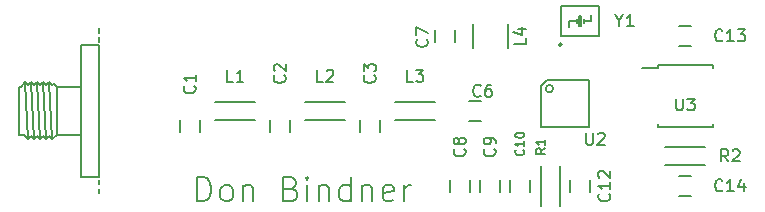
<source format=gto>
G04 #@! TF.FileFunction,Legend,Top*
%FSLAX46Y46*%
G04 Gerber Fmt 4.6, Leading zero omitted, Abs format (unit mm)*
G04 Created by KiCad (PCBNEW 0.201511192131+6326~38~ubuntu14.04.1-stable) date Sun 22 Nov 2015 09:07:30 PM CST*
%MOMM*%
G01*
G04 APERTURE LIST*
%ADD10C,0.127000*%
%ADD11C,0.203200*%
%ADD12C,0.150000*%
G04 APERTURE END LIST*
D10*
D11*
X95872906Y-114330238D02*
X95872906Y-112298238D01*
X96356715Y-112298238D01*
X96647001Y-112395000D01*
X96840525Y-112588524D01*
X96937286Y-112782048D01*
X97034048Y-113169095D01*
X97034048Y-113459381D01*
X96937286Y-113846429D01*
X96840525Y-114039952D01*
X96647001Y-114233476D01*
X96356715Y-114330238D01*
X95872906Y-114330238D01*
X98195191Y-114330238D02*
X98001667Y-114233476D01*
X97904906Y-114136714D01*
X97808144Y-113943190D01*
X97808144Y-113362619D01*
X97904906Y-113169095D01*
X98001667Y-113072333D01*
X98195191Y-112975571D01*
X98485477Y-112975571D01*
X98679001Y-113072333D01*
X98775763Y-113169095D01*
X98872525Y-113362619D01*
X98872525Y-113943190D01*
X98775763Y-114136714D01*
X98679001Y-114233476D01*
X98485477Y-114330238D01*
X98195191Y-114330238D01*
X99743382Y-112975571D02*
X99743382Y-114330238D01*
X99743382Y-113169095D02*
X99840143Y-113072333D01*
X100033667Y-112975571D01*
X100323953Y-112975571D01*
X100517477Y-113072333D01*
X100614239Y-113265857D01*
X100614239Y-114330238D01*
X103807381Y-113265857D02*
X104097667Y-113362619D01*
X104194428Y-113459381D01*
X104291190Y-113652905D01*
X104291190Y-113943190D01*
X104194428Y-114136714D01*
X104097667Y-114233476D01*
X103904143Y-114330238D01*
X103130048Y-114330238D01*
X103130048Y-112298238D01*
X103807381Y-112298238D01*
X104000905Y-112395000D01*
X104097667Y-112491762D01*
X104194428Y-112685286D01*
X104194428Y-112878810D01*
X104097667Y-113072333D01*
X104000905Y-113169095D01*
X103807381Y-113265857D01*
X103130048Y-113265857D01*
X105162048Y-114330238D02*
X105162048Y-112975571D01*
X105162048Y-112298238D02*
X105065286Y-112395000D01*
X105162048Y-112491762D01*
X105258809Y-112395000D01*
X105162048Y-112298238D01*
X105162048Y-112491762D01*
X106129667Y-112975571D02*
X106129667Y-114330238D01*
X106129667Y-113169095D02*
X106226428Y-113072333D01*
X106419952Y-112975571D01*
X106710238Y-112975571D01*
X106903762Y-113072333D01*
X107000524Y-113265857D01*
X107000524Y-114330238D01*
X108839000Y-114330238D02*
X108839000Y-112298238D01*
X108839000Y-114233476D02*
X108645476Y-114330238D01*
X108258428Y-114330238D01*
X108064904Y-114233476D01*
X107968143Y-114136714D01*
X107871381Y-113943190D01*
X107871381Y-113362619D01*
X107968143Y-113169095D01*
X108064904Y-113072333D01*
X108258428Y-112975571D01*
X108645476Y-112975571D01*
X108839000Y-113072333D01*
X109806619Y-112975571D02*
X109806619Y-114330238D01*
X109806619Y-113169095D02*
X109903380Y-113072333D01*
X110096904Y-112975571D01*
X110387190Y-112975571D01*
X110580714Y-113072333D01*
X110677476Y-113265857D01*
X110677476Y-114330238D01*
X112419190Y-114233476D02*
X112225666Y-114330238D01*
X111838618Y-114330238D01*
X111645095Y-114233476D01*
X111548333Y-114039952D01*
X111548333Y-113265857D01*
X111645095Y-113072333D01*
X111838618Y-112975571D01*
X112225666Y-112975571D01*
X112419190Y-113072333D01*
X112515952Y-113265857D01*
X112515952Y-113459381D01*
X111548333Y-113652905D01*
X113386809Y-114330238D02*
X113386809Y-112975571D01*
X113386809Y-113362619D02*
X113483570Y-113169095D01*
X113580332Y-113072333D01*
X113773856Y-112975571D01*
X113967380Y-112975571D01*
D12*
X94400000Y-107450000D02*
X94400000Y-108450000D01*
X96100000Y-108450000D02*
X96100000Y-107450000D01*
X102020000Y-107450000D02*
X102020000Y-108450000D01*
X103720000Y-108450000D02*
X103720000Y-107450000D01*
X109640000Y-107450000D02*
X109640000Y-108450000D01*
X111340000Y-108450000D02*
X111340000Y-107450000D01*
X118880000Y-107530000D02*
X119880000Y-107530000D01*
X119880000Y-105830000D02*
X118880000Y-105830000D01*
X117690000Y-100830000D02*
X117690000Y-99830000D01*
X115990000Y-99830000D02*
X115990000Y-100830000D01*
X118960000Y-113530000D02*
X118960000Y-112530000D01*
X117260000Y-112530000D02*
X117260000Y-113530000D01*
X121500000Y-113530000D02*
X121500000Y-112530000D01*
X119800000Y-112530000D02*
X119800000Y-113530000D01*
X124040000Y-113530000D02*
X124040000Y-112530000D01*
X122340000Y-112530000D02*
X122340000Y-113530000D01*
X129120000Y-113530000D02*
X129120000Y-112530000D01*
X127420000Y-112530000D02*
X127420000Y-113530000D01*
X136660000Y-101180000D02*
X137660000Y-101180000D01*
X137660000Y-99480000D02*
X136660000Y-99480000D01*
X137660000Y-112180000D02*
X136660000Y-112180000D01*
X136660000Y-113880000D02*
X137660000Y-113880000D01*
X100760000Y-105880000D02*
X97360000Y-105880000D01*
X100760000Y-107480000D02*
X97360000Y-107480000D01*
X108380000Y-105880000D02*
X104980000Y-105880000D01*
X108380000Y-107480000D02*
X104980000Y-107480000D01*
X116000000Y-105880000D02*
X112600000Y-105880000D01*
X116000000Y-107480000D02*
X112600000Y-107480000D01*
X122125000Y-99330000D02*
X122125000Y-101330000D01*
X119175000Y-101330000D02*
X119175000Y-99330000D01*
X87503000Y-100076000D02*
X87503000Y-99695000D01*
X87503000Y-100838000D02*
X87503000Y-100457000D01*
X87503000Y-113284000D02*
X87503000Y-113665000D01*
X87503000Y-112522000D02*
X87503000Y-112903000D01*
X81534000Y-109093000D02*
X81280000Y-104267000D01*
X82042000Y-109093000D02*
X81788000Y-104267000D01*
X82550000Y-109093000D02*
X82296000Y-104267000D01*
X83058000Y-109093000D02*
X82804000Y-104267000D01*
X83566000Y-109093000D02*
X83312000Y-104267000D01*
X80899000Y-104648000D02*
X80772000Y-104648000D01*
X83947000Y-104648000D02*
X83820000Y-104521000D01*
X83820000Y-104521000D02*
X83693000Y-104394000D01*
X83693000Y-104394000D02*
X83566000Y-104521000D01*
X83566000Y-104521000D02*
X83312000Y-104267000D01*
X83312000Y-104267000D02*
X83058000Y-104521000D01*
X83058000Y-104521000D02*
X82804000Y-104267000D01*
X82804000Y-104267000D02*
X82550000Y-104521000D01*
X82550000Y-104521000D02*
X82296000Y-104267000D01*
X82296000Y-104267000D02*
X82042000Y-104521000D01*
X82042000Y-104521000D02*
X81788000Y-104267000D01*
X81788000Y-104267000D02*
X81534000Y-104521000D01*
X81534000Y-104521000D02*
X81280000Y-104267000D01*
X81280000Y-104267000D02*
X80899000Y-104648000D01*
X81280000Y-108839000D02*
X81153000Y-108712000D01*
X81153000Y-108712000D02*
X80772000Y-108712000D01*
X80772000Y-108712000D02*
X80772000Y-104648000D01*
X83947000Y-108712000D02*
X83566000Y-109093000D01*
X83566000Y-109093000D02*
X83312000Y-108839000D01*
X83312000Y-108839000D02*
X83058000Y-109093000D01*
X83058000Y-109093000D02*
X82804000Y-108839000D01*
X82804000Y-108839000D02*
X82550000Y-109093000D01*
X82550000Y-109093000D02*
X82296000Y-108839000D01*
X82296000Y-108839000D02*
X82042000Y-109093000D01*
X82042000Y-109093000D02*
X81788000Y-108839000D01*
X81788000Y-108839000D02*
X81534000Y-109093000D01*
X81534000Y-109093000D02*
X81280000Y-108839000D01*
X85979000Y-108712000D02*
X83947000Y-108712000D01*
X83947000Y-108712000D02*
X83947000Y-104648000D01*
X83947000Y-104648000D02*
X85979000Y-104648000D01*
X87503000Y-112268000D02*
X85979000Y-112268000D01*
X85979000Y-112268000D02*
X85979000Y-101092000D01*
X85979000Y-101092000D02*
X87503000Y-101092000D01*
X87503000Y-101092000D02*
X87503000Y-112268000D01*
X124930000Y-111330000D02*
X124930000Y-114730000D01*
X126530000Y-111330000D02*
X126530000Y-114730000D01*
X135460000Y-111290000D02*
X138860000Y-111290000D01*
X135460000Y-109690000D02*
X138860000Y-109690000D01*
X134835000Y-102785000D02*
X134835000Y-103010000D01*
X139485000Y-102785000D02*
X139485000Y-103010000D01*
X139485000Y-108035000D02*
X139485000Y-107810000D01*
X134835000Y-108035000D02*
X134835000Y-107810000D01*
X134835000Y-102785000D02*
X139485000Y-102785000D01*
X134835000Y-108035000D02*
X139485000Y-108035000D01*
X134835000Y-103010000D02*
X133485000Y-103010000D01*
X126721021Y-101076000D02*
G75*
G03X126721021Y-101076000I-141421J0D01*
G01*
X128170000Y-98660000D02*
X128370000Y-98660000D01*
X128370000Y-98660000D02*
X128370000Y-99460000D01*
X128370000Y-99460000D02*
X128170000Y-99460000D01*
X128170000Y-99460000D02*
X128170000Y-98660000D01*
X128570000Y-98860000D02*
X128570000Y-99260000D01*
X127970000Y-98860000D02*
X127970000Y-99260000D01*
X129170000Y-98560000D02*
X129170000Y-99060000D01*
X129170000Y-99060000D02*
X128570000Y-99060000D01*
X127370000Y-99560000D02*
X127370000Y-99060000D01*
X127370000Y-99060000D02*
X127970000Y-99060000D01*
X126670000Y-97810000D02*
X129870000Y-97810000D01*
X129870000Y-97810000D02*
X129870000Y-100310000D01*
X129870000Y-100310000D02*
X126670000Y-100310000D01*
X126670000Y-100310000D02*
X126670000Y-97810000D01*
D10*
X125500000Y-104045000D02*
X125000000Y-104545000D01*
X125500000Y-104045000D02*
X129000000Y-104045000D01*
X129000000Y-104045000D02*
X129000000Y-108045000D01*
X129000000Y-108045000D02*
X125000000Y-108045000D01*
X125000000Y-108045000D02*
X125000000Y-104545000D01*
X125988939Y-104786180D02*
G75*
G03X125988939Y-104786180I-318879J0D01*
G01*
X95612857Y-104563333D02*
X95661238Y-104611714D01*
X95709619Y-104756857D01*
X95709619Y-104853619D01*
X95661238Y-104998761D01*
X95564476Y-105095523D01*
X95467714Y-105143904D01*
X95274190Y-105192285D01*
X95129048Y-105192285D01*
X94935524Y-105143904D01*
X94838762Y-105095523D01*
X94742000Y-104998761D01*
X94693619Y-104853619D01*
X94693619Y-104756857D01*
X94742000Y-104611714D01*
X94790381Y-104563333D01*
X95709619Y-103595714D02*
X95709619Y-104176285D01*
X95709619Y-103885999D02*
X94693619Y-103885999D01*
X94838762Y-103982761D01*
X94935524Y-104079523D01*
X94983905Y-104176285D01*
X103232857Y-103674333D02*
X103281238Y-103722714D01*
X103329619Y-103867857D01*
X103329619Y-103964619D01*
X103281238Y-104109761D01*
X103184476Y-104206523D01*
X103087714Y-104254904D01*
X102894190Y-104303285D01*
X102749048Y-104303285D01*
X102555524Y-104254904D01*
X102458762Y-104206523D01*
X102362000Y-104109761D01*
X102313619Y-103964619D01*
X102313619Y-103867857D01*
X102362000Y-103722714D01*
X102410381Y-103674333D01*
X102410381Y-103287285D02*
X102362000Y-103238904D01*
X102313619Y-103142142D01*
X102313619Y-102900238D01*
X102362000Y-102803476D01*
X102410381Y-102755095D01*
X102507143Y-102706714D01*
X102603905Y-102706714D01*
X102749048Y-102755095D01*
X103329619Y-103335666D01*
X103329619Y-102706714D01*
X110852857Y-103674333D02*
X110901238Y-103722714D01*
X110949619Y-103867857D01*
X110949619Y-103964619D01*
X110901238Y-104109761D01*
X110804476Y-104206523D01*
X110707714Y-104254904D01*
X110514190Y-104303285D01*
X110369048Y-104303285D01*
X110175524Y-104254904D01*
X110078762Y-104206523D01*
X109982000Y-104109761D01*
X109933619Y-103964619D01*
X109933619Y-103867857D01*
X109982000Y-103722714D01*
X110030381Y-103674333D01*
X109933619Y-103335666D02*
X109933619Y-102706714D01*
X110320667Y-103045380D01*
X110320667Y-102900238D01*
X110369048Y-102803476D01*
X110417429Y-102755095D01*
X110514190Y-102706714D01*
X110756095Y-102706714D01*
X110852857Y-102755095D01*
X110901238Y-102803476D01*
X110949619Y-102900238D01*
X110949619Y-103190523D01*
X110901238Y-103287285D01*
X110852857Y-103335666D01*
X119845667Y-105391857D02*
X119797286Y-105440238D01*
X119652143Y-105488619D01*
X119555381Y-105488619D01*
X119410239Y-105440238D01*
X119313477Y-105343476D01*
X119265096Y-105246714D01*
X119216715Y-105053190D01*
X119216715Y-104908048D01*
X119265096Y-104714524D01*
X119313477Y-104617762D01*
X119410239Y-104521000D01*
X119555381Y-104472619D01*
X119652143Y-104472619D01*
X119797286Y-104521000D01*
X119845667Y-104569381D01*
X120716524Y-104472619D02*
X120523001Y-104472619D01*
X120426239Y-104521000D01*
X120377858Y-104569381D01*
X120281096Y-104714524D01*
X120232715Y-104908048D01*
X120232715Y-105295095D01*
X120281096Y-105391857D01*
X120329477Y-105440238D01*
X120426239Y-105488619D01*
X120619762Y-105488619D01*
X120716524Y-105440238D01*
X120764905Y-105391857D01*
X120813286Y-105295095D01*
X120813286Y-105053190D01*
X120764905Y-104956429D01*
X120716524Y-104908048D01*
X120619762Y-104859667D01*
X120426239Y-104859667D01*
X120329477Y-104908048D01*
X120281096Y-104956429D01*
X120232715Y-105053190D01*
X115297857Y-100626333D02*
X115346238Y-100674714D01*
X115394619Y-100819857D01*
X115394619Y-100916619D01*
X115346238Y-101061761D01*
X115249476Y-101158523D01*
X115152714Y-101206904D01*
X114959190Y-101255285D01*
X114814048Y-101255285D01*
X114620524Y-101206904D01*
X114523762Y-101158523D01*
X114427000Y-101061761D01*
X114378619Y-100916619D01*
X114378619Y-100819857D01*
X114427000Y-100674714D01*
X114475381Y-100626333D01*
X114378619Y-100287666D02*
X114378619Y-99610333D01*
X115394619Y-100045761D01*
X118472857Y-109897333D02*
X118521238Y-109945714D01*
X118569619Y-110090857D01*
X118569619Y-110187619D01*
X118521238Y-110332761D01*
X118424476Y-110429523D01*
X118327714Y-110477904D01*
X118134190Y-110526285D01*
X117989048Y-110526285D01*
X117795524Y-110477904D01*
X117698762Y-110429523D01*
X117602000Y-110332761D01*
X117553619Y-110187619D01*
X117553619Y-110090857D01*
X117602000Y-109945714D01*
X117650381Y-109897333D01*
X117989048Y-109316761D02*
X117940667Y-109413523D01*
X117892286Y-109461904D01*
X117795524Y-109510285D01*
X117747143Y-109510285D01*
X117650381Y-109461904D01*
X117602000Y-109413523D01*
X117553619Y-109316761D01*
X117553619Y-109123238D01*
X117602000Y-109026476D01*
X117650381Y-108978095D01*
X117747143Y-108929714D01*
X117795524Y-108929714D01*
X117892286Y-108978095D01*
X117940667Y-109026476D01*
X117989048Y-109123238D01*
X117989048Y-109316761D01*
X118037429Y-109413523D01*
X118085810Y-109461904D01*
X118182571Y-109510285D01*
X118376095Y-109510285D01*
X118472857Y-109461904D01*
X118521238Y-109413523D01*
X118569619Y-109316761D01*
X118569619Y-109123238D01*
X118521238Y-109026476D01*
X118472857Y-108978095D01*
X118376095Y-108929714D01*
X118182571Y-108929714D01*
X118085810Y-108978095D01*
X118037429Y-109026476D01*
X117989048Y-109123238D01*
X121012857Y-109897333D02*
X121061238Y-109945714D01*
X121109619Y-110090857D01*
X121109619Y-110187619D01*
X121061238Y-110332761D01*
X120964476Y-110429523D01*
X120867714Y-110477904D01*
X120674190Y-110526285D01*
X120529048Y-110526285D01*
X120335524Y-110477904D01*
X120238762Y-110429523D01*
X120142000Y-110332761D01*
X120093619Y-110187619D01*
X120093619Y-110090857D01*
X120142000Y-109945714D01*
X120190381Y-109897333D01*
X121109619Y-109413523D02*
X121109619Y-109219999D01*
X121061238Y-109123238D01*
X121012857Y-109074857D01*
X120867714Y-108978095D01*
X120674190Y-108929714D01*
X120287143Y-108929714D01*
X120190381Y-108978095D01*
X120142000Y-109026476D01*
X120093619Y-109123238D01*
X120093619Y-109316761D01*
X120142000Y-109413523D01*
X120190381Y-109461904D01*
X120287143Y-109510285D01*
X120529048Y-109510285D01*
X120625810Y-109461904D01*
X120674190Y-109413523D01*
X120722571Y-109316761D01*
X120722571Y-109123238D01*
X120674190Y-109026476D01*
X120625810Y-108978095D01*
X120529048Y-108929714D01*
X123462143Y-109963857D02*
X123498429Y-110000143D01*
X123534714Y-110109000D01*
X123534714Y-110181571D01*
X123498429Y-110290428D01*
X123425857Y-110363000D01*
X123353286Y-110399285D01*
X123208143Y-110435571D01*
X123099286Y-110435571D01*
X122954143Y-110399285D01*
X122881571Y-110363000D01*
X122809000Y-110290428D01*
X122772714Y-110181571D01*
X122772714Y-110109000D01*
X122809000Y-110000143D01*
X122845286Y-109963857D01*
X123534714Y-109238143D02*
X123534714Y-109673571D01*
X123534714Y-109455857D02*
X122772714Y-109455857D01*
X122881571Y-109528428D01*
X122954143Y-109601000D01*
X122990429Y-109673571D01*
X122772714Y-108766429D02*
X122772714Y-108693857D01*
X122809000Y-108621286D01*
X122845286Y-108585000D01*
X122917857Y-108548714D01*
X123063000Y-108512429D01*
X123244429Y-108512429D01*
X123389571Y-108548714D01*
X123462143Y-108585000D01*
X123498429Y-108621286D01*
X123534714Y-108693857D01*
X123534714Y-108766429D01*
X123498429Y-108839000D01*
X123462143Y-108875286D01*
X123389571Y-108911571D01*
X123244429Y-108947857D01*
X123063000Y-108947857D01*
X122917857Y-108911571D01*
X122845286Y-108875286D01*
X122809000Y-108839000D01*
X122772714Y-108766429D01*
X130732857Y-113683143D02*
X130781238Y-113731524D01*
X130829619Y-113876667D01*
X130829619Y-113973429D01*
X130781238Y-114118571D01*
X130684476Y-114215333D01*
X130587714Y-114263714D01*
X130394190Y-114312095D01*
X130249048Y-114312095D01*
X130055524Y-114263714D01*
X129958762Y-114215333D01*
X129862000Y-114118571D01*
X129813619Y-113973429D01*
X129813619Y-113876667D01*
X129862000Y-113731524D01*
X129910381Y-113683143D01*
X130829619Y-112715524D02*
X130829619Y-113296095D01*
X130829619Y-113005809D02*
X129813619Y-113005809D01*
X129958762Y-113102571D01*
X130055524Y-113199333D01*
X130103905Y-113296095D01*
X129910381Y-112328476D02*
X129862000Y-112280095D01*
X129813619Y-112183333D01*
X129813619Y-111941429D01*
X129862000Y-111844667D01*
X129910381Y-111796286D01*
X130007143Y-111747905D01*
X130103905Y-111747905D01*
X130249048Y-111796286D01*
X130829619Y-112376857D01*
X130829619Y-111747905D01*
X140316857Y-100692857D02*
X140268476Y-100741238D01*
X140123333Y-100789619D01*
X140026571Y-100789619D01*
X139881429Y-100741238D01*
X139784667Y-100644476D01*
X139736286Y-100547714D01*
X139687905Y-100354190D01*
X139687905Y-100209048D01*
X139736286Y-100015524D01*
X139784667Y-99918762D01*
X139881429Y-99822000D01*
X140026571Y-99773619D01*
X140123333Y-99773619D01*
X140268476Y-99822000D01*
X140316857Y-99870381D01*
X141284476Y-100789619D02*
X140703905Y-100789619D01*
X140994191Y-100789619D02*
X140994191Y-99773619D01*
X140897429Y-99918762D01*
X140800667Y-100015524D01*
X140703905Y-100063905D01*
X141623143Y-99773619D02*
X142252095Y-99773619D01*
X141913429Y-100160667D01*
X142058571Y-100160667D01*
X142155333Y-100209048D01*
X142203714Y-100257429D01*
X142252095Y-100354190D01*
X142252095Y-100596095D01*
X142203714Y-100692857D01*
X142155333Y-100741238D01*
X142058571Y-100789619D01*
X141768286Y-100789619D01*
X141671524Y-100741238D01*
X141623143Y-100692857D01*
X140316857Y-113392857D02*
X140268476Y-113441238D01*
X140123333Y-113489619D01*
X140026571Y-113489619D01*
X139881429Y-113441238D01*
X139784667Y-113344476D01*
X139736286Y-113247714D01*
X139687905Y-113054190D01*
X139687905Y-112909048D01*
X139736286Y-112715524D01*
X139784667Y-112618762D01*
X139881429Y-112522000D01*
X140026571Y-112473619D01*
X140123333Y-112473619D01*
X140268476Y-112522000D01*
X140316857Y-112570381D01*
X141284476Y-113489619D02*
X140703905Y-113489619D01*
X140994191Y-113489619D02*
X140994191Y-112473619D01*
X140897429Y-112618762D01*
X140800667Y-112715524D01*
X140703905Y-112763905D01*
X142155333Y-112812286D02*
X142155333Y-113489619D01*
X141913429Y-112425238D02*
X141671524Y-113150952D01*
X142300476Y-113150952D01*
X98890667Y-104218619D02*
X98406858Y-104218619D01*
X98406858Y-103202619D01*
X99761524Y-104218619D02*
X99180953Y-104218619D01*
X99471239Y-104218619D02*
X99471239Y-103202619D01*
X99374477Y-103347762D01*
X99277715Y-103444524D01*
X99180953Y-103492905D01*
X106510667Y-104218619D02*
X106026858Y-104218619D01*
X106026858Y-103202619D01*
X106800953Y-103299381D02*
X106849334Y-103251000D01*
X106946096Y-103202619D01*
X107188000Y-103202619D01*
X107284762Y-103251000D01*
X107333143Y-103299381D01*
X107381524Y-103396143D01*
X107381524Y-103492905D01*
X107333143Y-103638048D01*
X106752572Y-104218619D01*
X107381524Y-104218619D01*
X114130667Y-104218619D02*
X113646858Y-104218619D01*
X113646858Y-103202619D01*
X114372572Y-103202619D02*
X115001524Y-103202619D01*
X114662858Y-103589667D01*
X114808000Y-103589667D01*
X114904762Y-103638048D01*
X114953143Y-103686429D01*
X115001524Y-103783190D01*
X115001524Y-104025095D01*
X114953143Y-104121857D01*
X114904762Y-104170238D01*
X114808000Y-104218619D01*
X114517715Y-104218619D01*
X114420953Y-104170238D01*
X114372572Y-104121857D01*
X123649619Y-100499333D02*
X123649619Y-100983142D01*
X122633619Y-100983142D01*
X122972286Y-99725238D02*
X123649619Y-99725238D01*
X122585238Y-99967142D02*
X123310952Y-100209047D01*
X123310952Y-99580095D01*
X125312714Y-109855000D02*
X124949857Y-110109000D01*
X125312714Y-110290428D02*
X124550714Y-110290428D01*
X124550714Y-110000143D01*
X124587000Y-109927571D01*
X124623286Y-109891286D01*
X124695857Y-109855000D01*
X124804714Y-109855000D01*
X124877286Y-109891286D01*
X124913571Y-109927571D01*
X124949857Y-110000143D01*
X124949857Y-110290428D01*
X125312714Y-109129286D02*
X125312714Y-109564714D01*
X125312714Y-109347000D02*
X124550714Y-109347000D01*
X124659571Y-109419571D01*
X124732143Y-109492143D01*
X124768429Y-109564714D01*
X140800667Y-110949619D02*
X140462001Y-110465810D01*
X140220096Y-110949619D02*
X140220096Y-109933619D01*
X140607143Y-109933619D01*
X140703905Y-109982000D01*
X140752286Y-110030381D01*
X140800667Y-110127143D01*
X140800667Y-110272286D01*
X140752286Y-110369048D01*
X140703905Y-110417429D01*
X140607143Y-110465810D01*
X140220096Y-110465810D01*
X141187715Y-110030381D02*
X141236096Y-109982000D01*
X141332858Y-109933619D01*
X141574762Y-109933619D01*
X141671524Y-109982000D01*
X141719905Y-110030381D01*
X141768286Y-110127143D01*
X141768286Y-110223905D01*
X141719905Y-110369048D01*
X141139334Y-110949619D01*
X141768286Y-110949619D01*
D12*
X136398095Y-105624381D02*
X136398095Y-106433905D01*
X136445714Y-106529143D01*
X136493333Y-106576762D01*
X136588571Y-106624381D01*
X136779048Y-106624381D01*
X136874286Y-106576762D01*
X136921905Y-106529143D01*
X136969524Y-106433905D01*
X136969524Y-105624381D01*
X137350476Y-105624381D02*
X137969524Y-105624381D01*
X137636190Y-106005333D01*
X137779048Y-106005333D01*
X137874286Y-106052952D01*
X137921905Y-106100571D01*
X137969524Y-106195810D01*
X137969524Y-106433905D01*
X137921905Y-106529143D01*
X137874286Y-106576762D01*
X137779048Y-106624381D01*
X137493333Y-106624381D01*
X137398095Y-106576762D01*
X137350476Y-106529143D01*
D10*
X131596191Y-99035810D02*
X131596191Y-99519619D01*
X131257524Y-98503619D02*
X131596191Y-99035810D01*
X131934857Y-98503619D01*
X132805714Y-99519619D02*
X132225143Y-99519619D01*
X132515429Y-99519619D02*
X132515429Y-98503619D01*
X132418667Y-98648762D01*
X132321905Y-98745524D01*
X132225143Y-98793905D01*
X128765905Y-108536619D02*
X128765905Y-109359095D01*
X128814286Y-109455857D01*
X128862667Y-109504238D01*
X128959429Y-109552619D01*
X129152952Y-109552619D01*
X129249714Y-109504238D01*
X129298095Y-109455857D01*
X129346476Y-109359095D01*
X129346476Y-108536619D01*
X129781905Y-108633381D02*
X129830286Y-108585000D01*
X129927048Y-108536619D01*
X130168952Y-108536619D01*
X130265714Y-108585000D01*
X130314095Y-108633381D01*
X130362476Y-108730143D01*
X130362476Y-108826905D01*
X130314095Y-108972048D01*
X129733524Y-109552619D01*
X130362476Y-109552619D01*
M02*

</source>
